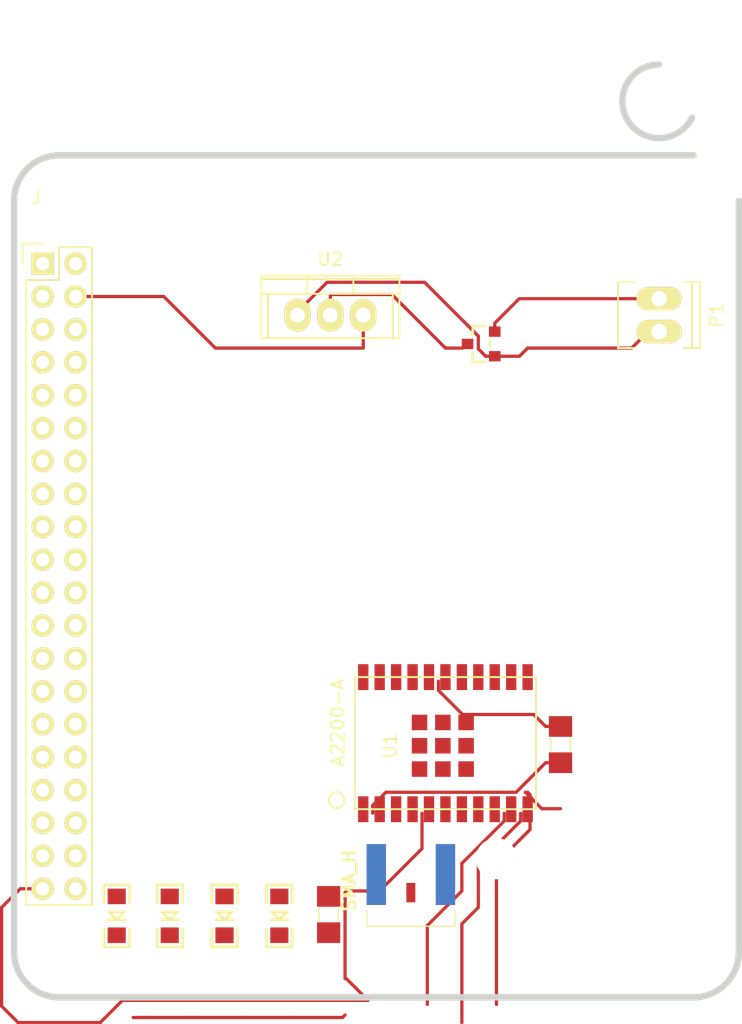
<source format=kicad_pcb>
(kicad_pcb (version 4) (host pcbnew 4.0.1-2.fc23-product)

  (general
    (links 34)
    (no_connects 25)
    (area 37.539999 81.389999 94.040001 146.890001)
    (thickness 1.6)
    (drawings 9)
    (tracks 75)
    (zones 0)
    (modules 18)
    (nets 56)
  )

  (page A4)
  (layers
    (0 F.Cu signal)
    (31 B.Cu signal)
    (32 B.Adhes user hide)
    (33 F.Adhes user hide)
    (34 B.Paste user hide)
    (35 F.Paste user hide)
    (36 B.SilkS user hide)
    (37 F.SilkS user hide)
    (38 B.Mask user)
    (39 F.Mask user)
    (40 Dwgs.User user hide)
    (41 Cmts.User user hide)
    (42 Eco1.User user hide)
    (43 Eco2.User user hide)
    (44 Edge.Cuts user)
    (45 Margin user hide)
    (46 B.CrtYd user hide)
    (47 F.CrtYd user hide)
    (48 B.Fab user hide)
    (49 F.Fab user hide)
  )

  (setup
    (last_trace_width 0.25)
    (trace_clearance 0.2)
    (zone_clearance 0.508)
    (zone_45_only no)
    (trace_min 0.2)
    (segment_width 0.2)
    (edge_width 0.5)
    (via_size 0.6)
    (via_drill 0.4)
    (via_min_size 0.4)
    (via_min_drill 0.3)
    (uvia_size 0.3)
    (uvia_drill 0.1)
    (uvias_allowed no)
    (uvia_min_size 0.2)
    (uvia_min_drill 0.1)
    (pcb_text_width 0.3)
    (pcb_text_size 1.5 1.5)
    (mod_edge_width 0.15)
    (mod_text_size 1 1)
    (mod_text_width 0.15)
    (pad_size 1.5 1.5)
    (pad_drill 0.6)
    (pad_to_mask_clearance 0)
    (aux_axis_origin 0 0)
    (visible_elements FFFFFF7F)
    (pcbplotparams
      (layerselection 0x00030_80000001)
      (usegerberextensions false)
      (excludeedgelayer true)
      (linewidth 0.100000)
      (plotframeref false)
      (viasonmask false)
      (mode 1)
      (useauxorigin false)
      (hpglpennumber 1)
      (hpglpenspeed 20)
      (hpglpendiameter 15)
      (hpglpenoverlay 2)
      (psnegative false)
      (psa4output false)
      (plotreference true)
      (plotvalue true)
      (plotinvisibletext false)
      (padsonsilk false)
      (subtractmaskfromsilk false)
      (outputformat 1)
      (mirror false)
      (drillshape 1)
      (scaleselection 1)
      (outputdirectory ""))
  )

  (net 0 "")
  (net 1 +3V3)
  (net 2 +5V)
  (net 3 "Net-(J1-Pad3)")
  (net 4 "Net-(J1-Pad5)")
  (net 5 "Net-(J1-Pad6)")
  (net 6 PI_LED_1)
  (net 7 GPS_RX)
  (net 8 "Net-(J1-Pad9)")
  (net 9 GPS_TX)
  (net 10 PI_LED_2)
  (net 11 GPS_ON_OFF)
  (net 12 PI_LED_3)
  (net 13 "Net-(J1-Pad14)")
  (net 14 PI_LED_4)
  (net 15 GPS_WAKEUP)
  (net 16 "Net-(J1-Pad17)")
  (net 17 GPS_RESET)
  (net 18 "Net-(J1-Pad19)")
  (net 19 "Net-(J1-Pad20)")
  (net 20 "Net-(J1-Pad21)")
  (net 21 "Net-(J1-Pad22)")
  (net 22 "Net-(J1-Pad23)")
  (net 23 "Net-(J1-Pad24)")
  (net 24 "Net-(J1-Pad25)")
  (net 25 "Net-(J1-Pad26)")
  (net 26 "Net-(J1-Pad27)")
  (net 27 "Net-(J1-Pad28)")
  (net 28 "Net-(J1-Pad29)")
  (net 29 "Net-(J1-Pad30)")
  (net 30 "Net-(J1-Pad31)")
  (net 31 "Net-(J1-Pad32)")
  (net 32 "Net-(J1-Pad33)")
  (net 33 "Net-(J1-Pad34)")
  (net 34 "Net-(J1-Pad35)")
  (net 35 "Net-(J1-Pad36)")
  (net 36 "Net-(J1-Pad37)")
  (net 37 "Net-(J1-Pad38)")
  (net 38 GND)
  (net 39 "Net-(J1-Pad40)")
  (net 40 "Net-(J2-Pad2)")
  (net 41 "Net-(J2-Pad1)")
  (net 42 "Net-(LED1-PadK)")
  (net 43 "Net-(P1-Pad1)")
  (net 44 "Net-(P1-Pad2)")
  (net 45 "Net-(R1-Pad1)")
  (net 46 "Net-(R1-Pad2)")
  (net 47 "Net-(U1-Pad1)")
  (net 48 "Net-(U1-Pad9)")
  (net 49 "Net-(U1-Pad12)")
  (net 50 "Net-(U1-Pad13)")
  (net 51 "Net-(U1-Pad14)")
  (net 52 "Net-(U1-Pad15)")
  (net 53 "Net-(U1-Pad16)")
  (net 54 "Net-(U1-Pad18)")
  (net 55 "Net-(U1-Pad21)")

  (net_class Default "This is the default net class."
    (clearance 0.2)
    (trace_width 0.25)
    (via_dia 0.6)
    (via_drill 0.4)
    (uvia_dia 0.3)
    (uvia_drill 0.1)
    (add_net +3V3)
    (add_net +5V)
    (add_net GND)
    (add_net GPS_ON_OFF)
    (add_net GPS_RESET)
    (add_net GPS_RX)
    (add_net GPS_TX)
    (add_net GPS_WAKEUP)
    (add_net "Net-(J1-Pad14)")
    (add_net "Net-(J1-Pad17)")
    (add_net "Net-(J1-Pad19)")
    (add_net "Net-(J1-Pad20)")
    (add_net "Net-(J1-Pad21)")
    (add_net "Net-(J1-Pad22)")
    (add_net "Net-(J1-Pad23)")
    (add_net "Net-(J1-Pad24)")
    (add_net "Net-(J1-Pad25)")
    (add_net "Net-(J1-Pad26)")
    (add_net "Net-(J1-Pad27)")
    (add_net "Net-(J1-Pad28)")
    (add_net "Net-(J1-Pad29)")
    (add_net "Net-(J1-Pad3)")
    (add_net "Net-(J1-Pad30)")
    (add_net "Net-(J1-Pad31)")
    (add_net "Net-(J1-Pad32)")
    (add_net "Net-(J1-Pad33)")
    (add_net "Net-(J1-Pad34)")
    (add_net "Net-(J1-Pad35)")
    (add_net "Net-(J1-Pad36)")
    (add_net "Net-(J1-Pad37)")
    (add_net "Net-(J1-Pad38)")
    (add_net "Net-(J1-Pad40)")
    (add_net "Net-(J1-Pad5)")
    (add_net "Net-(J1-Pad6)")
    (add_net "Net-(J1-Pad9)")
    (add_net "Net-(J2-Pad1)")
    (add_net "Net-(J2-Pad2)")
    (add_net "Net-(LED1-PadK)")
    (add_net "Net-(P1-Pad1)")
    (add_net "Net-(P1-Pad2)")
    (add_net "Net-(R1-Pad1)")
    (add_net "Net-(R1-Pad2)")
    (add_net "Net-(U1-Pad1)")
    (add_net "Net-(U1-Pad12)")
    (add_net "Net-(U1-Pad13)")
    (add_net "Net-(U1-Pad14)")
    (add_net "Net-(U1-Pad15)")
    (add_net "Net-(U1-Pad16)")
    (add_net "Net-(U1-Pad18)")
    (add_net "Net-(U1-Pad21)")
    (add_net "Net-(U1-Pad9)")
    (add_net PI_LED_1)
    (add_net PI_LED_2)
    (add_net PI_LED_3)
    (add_net PI_LED_4)
  )

  (module RPi_Hat:RPi_Hat_Mounting_Hole locked (layer F.Cu) (tedit 551AB250) (tstamp 56D2FF73)
    (at 90.29 85.14)
    (descr "Mounting hole, Befestigungsbohrung, 2,7mm, No Annular, Kein Restring,")
    (tags "Mounting hole, Befestigungsbohrung, 2,7mm, No Annular, Kein Restring,")
    (fp_text reference 1122 (at 0 -4.0005) (layer F.SilkS) hide
      (effects (font (size 1 1) (thickness 0.15)))
    )
    (fp_text value "" (at 0.09906 3.59918) (layer F.Fab) hide
      (effects (font (size 1 1) (thickness 0.15)))
    )
    (fp_circle (center 0 0) (end 1.375 0) (layer F.Fab) (width 0.15))
    (fp_circle (center 0 0) (end 3.1 0) (layer F.Fab) (width 0.15))
    (fp_circle (center 0 0) (end 3.1 0) (layer B.Fab) (width 0.15))
    (fp_circle (center 0 0) (end 1.375 0) (layer B.Fab) (width 0.15))
    (fp_circle (center 0 0) (end 3.1 0) (layer F.CrtYd) (width 0.15))
    (fp_circle (center 0 0) (end 3.1 0) (layer B.CrtYd) (width 0.15))
    (pad "" np_thru_hole circle (at 0 0) (size 2.75 2.75) (drill 2.75) (layers *.Cu *.Mask)
      (solder_mask_margin 1.725) (clearance 1.725))
  )

  (module RPi_Hat:RPi_Hat_Mounting_Hole locked (layer F.Cu) (tedit 551AB250) (tstamp 56D2FF69)
    (at 41.29 85.14)
    (descr "Mounting hole, Befestigungsbohrung, 2,7mm, No Annular, Kein Restring,")
    (tags "Mounting hole, Befestigungsbohrung, 2,7mm, No Annular, Kein Restring,")
    (fp_text reference 1112 (at 0 -4.0005) (layer F.SilkS) hide
      (effects (font (size 1 1) (thickness 0.15)))
    )
    (fp_text value "" (at 0.09906 3.59918) (layer F.Fab) hide
      (effects (font (size 1 1) (thickness 0.15)))
    )
    (fp_circle (center 0 0) (end 1.375 0) (layer F.Fab) (width 0.15))
    (fp_circle (center 0 0) (end 3.1 0) (layer F.Fab) (width 0.15))
    (fp_circle (center 0 0) (end 3.1 0) (layer B.Fab) (width 0.15))
    (fp_circle (center 0 0) (end 1.375 0) (layer B.Fab) (width 0.15))
    (fp_circle (center 0 0) (end 3.1 0) (layer F.CrtYd) (width 0.15))
    (fp_circle (center 0 0) (end 3.1 0) (layer B.CrtYd) (width 0.15))
    (pad "" np_thru_hole circle (at 0 0) (size 2.75 2.75) (drill 2.75) (layers *.Cu *.Mask)
      (solder_mask_margin 1.725) (clearance 1.725))
  )

  (module RPi_Hat:RPi_Hat_Mounting_Hole locked (layer F.Cu) (tedit 551AB250) (tstamp 56D2FF5F)
    (at 90.29 143.14)
    (descr "Mounting hole, Befestigungsbohrung, 2,7mm, No Annular, Kein Restring,")
    (tags "Mounting hole, Befestigungsbohrung, 2,7mm, No Annular, Kein Restring,")
    (fp_text reference 1121 (at 0 -4.0005) (layer F.SilkS) hide
      (effects (font (size 1 1) (thickness 0.15)))
    )
    (fp_text value "" (at 0.09906 3.59918) (layer F.Fab) hide
      (effects (font (size 1 1) (thickness 0.15)))
    )
    (fp_circle (center 0 0) (end 1.375 0) (layer F.Fab) (width 0.15))
    (fp_circle (center 0 0) (end 3.1 0) (layer F.Fab) (width 0.15))
    (fp_circle (center 0 0) (end 3.1 0) (layer B.Fab) (width 0.15))
    (fp_circle (center 0 0) (end 1.375 0) (layer B.Fab) (width 0.15))
    (fp_circle (center 0 0) (end 3.1 0) (layer F.CrtYd) (width 0.15))
    (fp_circle (center 0 0) (end 3.1 0) (layer B.CrtYd) (width 0.15))
    (pad "" np_thru_hole circle (at 0 0) (size 2.75 2.75) (drill 2.75) (layers *.Cu *.Mask)
      (solder_mask_margin 1.725) (clearance 1.725))
  )

  (module FT:LED-1206 (layer F.Cu) (tedit 0) (tstamp 56D2FB8F)
    (at 54.052886 140.348254 270)
    (path /56C01AE2)
    (fp_text reference LED2 (at 0 -1 270) (layer Eco1.User)
      (effects (font (size 0.2 0.2) (thickness 0.03048)))
    )
    (fp_text value LED (at 0 0.95 270) (layer Eco1.User)
      (effects (font (size 0.2 0.2) (thickness 0.03048)))
    )
    (fp_line (start -0.99822 -0.99822) (end -2.39776 -0.99822) (layer F.SilkS) (width 0.2032))
    (fp_line (start -2.39776 -0.99822) (end -2.39776 0.99822) (layer F.SilkS) (width 0.2032))
    (fp_line (start -2.39776 0.99822) (end -0.99822 0.99822) (layer F.SilkS) (width 0.2032))
    (fp_line (start 0.99822 -0.99822) (end 2.39776 -0.99822) (layer F.SilkS) (width 0.2032))
    (fp_line (start 2.39776 -0.99822) (end 2.39776 0.99822) (layer F.SilkS) (width 0.2032))
    (fp_line (start 2.39776 0.99822) (end 0.99822 0.99822) (layer F.SilkS) (width 0.2032))
    (fp_line (start 0.29972 -0.6985) (end 0.29972 0) (layer F.SilkS) (width 0.2032))
    (fp_line (start 0.29972 0) (end 0.29972 0.6985) (layer F.SilkS) (width 0.2032))
    (fp_line (start 0.29972 0) (end -0.29972 -0.59944) (layer F.SilkS) (width 0.2032))
    (fp_line (start -0.29972 -0.59944) (end -0.29972 0.59944) (layer F.SilkS) (width 0.2032))
    (fp_line (start -0.29972 0.59944) (end 0.29972 0) (layer F.SilkS) (width 0.2032))
    (pad A smd rect (at -1.4986 0 270) (size 1.19888 1.39954) (layers F.Cu F.Paste F.Mask)
      (net 10 PI_LED_2))
    (pad K smd rect (at 1.4986 0 270) (size 1.19888 1.39954) (layers F.Cu F.Paste F.Mask)
      (net 42 "Net-(LED1-PadK)"))
  )

  (module Pin_Headers:Pin_Header_Straight_2x20 (layer F.Cu) (tedit 0) (tstamp 56CAC785)
    (at 40 90)
    (descr "Through hole pin header")
    (tags "pin header")
    (path /56C009D2)
    (fp_text reference J1 (at 0 -5.1) (layer F.SilkS)
      (effects (font (size 1 1) (thickness 0.15)))
    )
    (fp_text value RPi_GPIO (at 0 -3.1) (layer F.Fab)
      (effects (font (size 1 1) (thickness 0.15)))
    )
    (fp_line (start -1.75 -1.75) (end -1.75 50.05) (layer F.CrtYd) (width 0.05))
    (fp_line (start 4.3 -1.75) (end 4.3 50.05) (layer F.CrtYd) (width 0.05))
    (fp_line (start -1.75 -1.75) (end 4.3 -1.75) (layer F.CrtYd) (width 0.05))
    (fp_line (start -1.75 50.05) (end 4.3 50.05) (layer F.CrtYd) (width 0.05))
    (fp_line (start 3.81 49.53) (end 3.81 -1.27) (layer F.SilkS) (width 0.15))
    (fp_line (start -1.27 1.27) (end -1.27 49.53) (layer F.SilkS) (width 0.15))
    (fp_line (start 3.81 49.53) (end -1.27 49.53) (layer F.SilkS) (width 0.15))
    (fp_line (start 3.81 -1.27) (end 1.27 -1.27) (layer F.SilkS) (width 0.15))
    (fp_line (start 0 -1.55) (end -1.55 -1.55) (layer F.SilkS) (width 0.15))
    (fp_line (start 1.27 -1.27) (end 1.27 1.27) (layer F.SilkS) (width 0.15))
    (fp_line (start 1.27 1.27) (end -1.27 1.27) (layer F.SilkS) (width 0.15))
    (fp_line (start -1.55 -1.55) (end -1.55 0) (layer F.SilkS) (width 0.15))
    (pad 1 thru_hole rect (at 0 0) (size 1.7272 1.7272) (drill 1.016) (layers *.Cu *.Mask F.SilkS)
      (net 1 +3V3))
    (pad 2 thru_hole oval (at 2.54 0) (size 1.7272 1.7272) (drill 1.016) (layers *.Cu *.Mask F.SilkS)
      (net 2 +5V))
    (pad 3 thru_hole oval (at 0 2.54) (size 1.7272 1.7272) (drill 1.016) (layers *.Cu *.Mask F.SilkS)
      (net 3 "Net-(J1-Pad3)"))
    (pad 4 thru_hole oval (at 2.54 2.54) (size 1.7272 1.7272) (drill 1.016) (layers *.Cu *.Mask F.SilkS)
      (net 2 +5V))
    (pad 5 thru_hole oval (at 0 5.08) (size 1.7272 1.7272) (drill 1.016) (layers *.Cu *.Mask F.SilkS)
      (net 4 "Net-(J1-Pad5)"))
    (pad 6 thru_hole oval (at 2.54 5.08) (size 1.7272 1.7272) (drill 1.016) (layers *.Cu *.Mask F.SilkS)
      (net 5 "Net-(J1-Pad6)"))
    (pad 7 thru_hole oval (at 0 7.62) (size 1.7272 1.7272) (drill 1.016) (layers *.Cu *.Mask F.SilkS)
      (net 6 PI_LED_1))
    (pad 8 thru_hole oval (at 2.54 7.62) (size 1.7272 1.7272) (drill 1.016) (layers *.Cu *.Mask F.SilkS)
      (net 7 GPS_RX))
    (pad 9 thru_hole oval (at 0 10.16) (size 1.7272 1.7272) (drill 1.016) (layers *.Cu *.Mask F.SilkS)
      (net 8 "Net-(J1-Pad9)"))
    (pad 10 thru_hole oval (at 2.54 10.16) (size 1.7272 1.7272) (drill 1.016) (layers *.Cu *.Mask F.SilkS)
      (net 9 GPS_TX))
    (pad 11 thru_hole oval (at 0 12.7) (size 1.7272 1.7272) (drill 1.016) (layers *.Cu *.Mask F.SilkS)
      (net 10 PI_LED_2))
    (pad 12 thru_hole oval (at 2.54 12.7) (size 1.7272 1.7272) (drill 1.016) (layers *.Cu *.Mask F.SilkS)
      (net 11 GPS_ON_OFF))
    (pad 13 thru_hole oval (at 0 15.24) (size 1.7272 1.7272) (drill 1.016) (layers *.Cu *.Mask F.SilkS)
      (net 12 PI_LED_3))
    (pad 14 thru_hole oval (at 2.54 15.24) (size 1.7272 1.7272) (drill 1.016) (layers *.Cu *.Mask F.SilkS)
      (net 13 "Net-(J1-Pad14)"))
    (pad 15 thru_hole oval (at 0 17.78) (size 1.7272 1.7272) (drill 1.016) (layers *.Cu *.Mask F.SilkS)
      (net 14 PI_LED_4))
    (pad 16 thru_hole oval (at 2.54 17.78) (size 1.7272 1.7272) (drill 1.016) (layers *.Cu *.Mask F.SilkS)
      (net 15 GPS_WAKEUP))
    (pad 17 thru_hole oval (at 0 20.32) (size 1.7272 1.7272) (drill 1.016) (layers *.Cu *.Mask F.SilkS)
      (net 16 "Net-(J1-Pad17)"))
    (pad 18 thru_hole oval (at 2.54 20.32) (size 1.7272 1.7272) (drill 1.016) (layers *.Cu *.Mask F.SilkS)
      (net 17 GPS_RESET))
    (pad 19 thru_hole oval (at 0 22.86) (size 1.7272 1.7272) (drill 1.016) (layers *.Cu *.Mask F.SilkS)
      (net 18 "Net-(J1-Pad19)"))
    (pad 20 thru_hole oval (at 2.54 22.86) (size 1.7272 1.7272) (drill 1.016) (layers *.Cu *.Mask F.SilkS)
      (net 19 "Net-(J1-Pad20)"))
    (pad 21 thru_hole oval (at 0 25.4) (size 1.7272 1.7272) (drill 1.016) (layers *.Cu *.Mask F.SilkS)
      (net 20 "Net-(J1-Pad21)"))
    (pad 22 thru_hole oval (at 2.54 25.4) (size 1.7272 1.7272) (drill 1.016) (layers *.Cu *.Mask F.SilkS)
      (net 21 "Net-(J1-Pad22)"))
    (pad 23 thru_hole oval (at 0 27.94) (size 1.7272 1.7272) (drill 1.016) (layers *.Cu *.Mask F.SilkS)
      (net 22 "Net-(J1-Pad23)"))
    (pad 24 thru_hole oval (at 2.54 27.94) (size 1.7272 1.7272) (drill 1.016) (layers *.Cu *.Mask F.SilkS)
      (net 23 "Net-(J1-Pad24)"))
    (pad 25 thru_hole oval (at 0 30.48) (size 1.7272 1.7272) (drill 1.016) (layers *.Cu *.Mask F.SilkS)
      (net 24 "Net-(J1-Pad25)"))
    (pad 26 thru_hole oval (at 2.54 30.48) (size 1.7272 1.7272) (drill 1.016) (layers *.Cu *.Mask F.SilkS)
      (net 25 "Net-(J1-Pad26)"))
    (pad 27 thru_hole oval (at 0 33.02) (size 1.7272 1.7272) (drill 1.016) (layers *.Cu *.Mask F.SilkS)
      (net 26 "Net-(J1-Pad27)"))
    (pad 28 thru_hole oval (at 2.54 33.02) (size 1.7272 1.7272) (drill 1.016) (layers *.Cu *.Mask F.SilkS)
      (net 27 "Net-(J1-Pad28)"))
    (pad 29 thru_hole oval (at 0 35.56) (size 1.7272 1.7272) (drill 1.016) (layers *.Cu *.Mask F.SilkS)
      (net 28 "Net-(J1-Pad29)"))
    (pad 30 thru_hole oval (at 2.54 35.56) (size 1.7272 1.7272) (drill 1.016) (layers *.Cu *.Mask F.SilkS)
      (net 29 "Net-(J1-Pad30)"))
    (pad 31 thru_hole oval (at 0 38.1) (size 1.7272 1.7272) (drill 1.016) (layers *.Cu *.Mask F.SilkS)
      (net 30 "Net-(J1-Pad31)"))
    (pad 32 thru_hole oval (at 2.54 38.1) (size 1.7272 1.7272) (drill 1.016) (layers *.Cu *.Mask F.SilkS)
      (net 31 "Net-(J1-Pad32)"))
    (pad 33 thru_hole oval (at 0 40.64) (size 1.7272 1.7272) (drill 1.016) (layers *.Cu *.Mask F.SilkS)
      (net 32 "Net-(J1-Pad33)"))
    (pad 34 thru_hole oval (at 2.54 40.64) (size 1.7272 1.7272) (drill 1.016) (layers *.Cu *.Mask F.SilkS)
      (net 33 "Net-(J1-Pad34)"))
    (pad 35 thru_hole oval (at 0 43.18) (size 1.7272 1.7272) (drill 1.016) (layers *.Cu *.Mask F.SilkS)
      (net 34 "Net-(J1-Pad35)"))
    (pad 36 thru_hole oval (at 2.54 43.18) (size 1.7272 1.7272) (drill 1.016) (layers *.Cu *.Mask F.SilkS)
      (net 35 "Net-(J1-Pad36)"))
    (pad 37 thru_hole oval (at 0 45.72) (size 1.7272 1.7272) (drill 1.016) (layers *.Cu *.Mask F.SilkS)
      (net 36 "Net-(J1-Pad37)"))
    (pad 38 thru_hole oval (at 2.54 45.72) (size 1.7272 1.7272) (drill 1.016) (layers *.Cu *.Mask F.SilkS)
      (net 37 "Net-(J1-Pad38)"))
    (pad 39 thru_hole oval (at 0 48.26) (size 1.7272 1.7272) (drill 1.016) (layers *.Cu *.Mask F.SilkS)
      (net 38 GND))
    (pad 40 thru_hole oval (at 2.54 48.26) (size 1.7272 1.7272) (drill 1.016) (layers *.Cu *.Mask F.SilkS)
      (net 39 "Net-(J1-Pad40)"))
    (model Pin_Headers.3dshapes/Pin_Header_Straight_2x20.wrl
      (at (xyz 0.05 -0.95 0))
      (scale (xyz 1 1 1))
      (rotate (xyz 0 0 90))
    )
  )

  (module SMA_H (layer F.Cu) (tedit 52864A94) (tstamp 56CAC78E)
    (at 68.44792 137.16 270)
    (path /56C0146F)
    (attr smd)
    (fp_text reference J2 (at -0.05 -4.65 270) (layer F.SilkS) hide
      (effects (font (size 1 1) (thickness 0.2)))
    )
    (fp_text value SMA_H (at 0.47 4.76 270) (layer F.SilkS)
      (effects (font (size 1 1) (thickness 0.2)))
    )
    (fp_line (start 4.0005 -3.40106) (end 4.0005 3.40106) (layer F.SilkS) (width 0.09906))
    (fp_line (start 4.0005 3.40106) (end 2.79908 3.40106) (layer F.SilkS) (width 0.09906))
    (fp_line (start 2.79908 -3.40106) (end 3.99796 -3.40106) (layer F.SilkS) (width 0.09906))
    (pad 3 smd rect (at 0 -2.67208 270) (size 4.69646 1.49606) (layers F.Cu F.Paste F.Mask)
      (net 40 "Net-(J2-Pad2)") (clearance 0.19558))
    (pad 4 smd rect (at 0 2.67208 270) (size 4.69646 1.49606) (layers B.Cu B.Paste B.Mask)
      (net 40 "Net-(J2-Pad2)") (clearance 0.19558))
    (pad 2 smd rect (at 0 2.67208 270) (size 4.69646 1.49606) (layers F.Cu F.Paste F.Mask)
      (net 40 "Net-(J2-Pad2)") (clearance 0.19558))
    (pad 5 smd rect (at 0 -2.67208 270) (size 4.69646 1.49606) (layers B.Cu B.Paste B.Mask)
      (net 40 "Net-(J2-Pad2)") (clearance 0.19558))
    (pad 1 smd rect (at 1.397 0 270) (size 1.49606 0.6985) (layers F.Cu F.Paste F.Mask)
      (net 41 "Net-(J2-Pad1)") (clearance 0.19558))
    (model ../../../../../home/whogg/Documents/OpenSCAD/SMA_CONNECTOR/SMA_CONNECTOR.wrl
      (at (xyz 0 0 0))
      (scale (xyz 0.3937 0.3937 0.3937))
      (rotate (xyz 270 0 0))
    )
  )

  (module FT:LED-1206 (layer F.Cu) (tedit 0) (tstamp 56CAC794)
    (at 58.286219 140.348254 270)
    (path /56C01A08)
    (fp_text reference LED1 (at 0 -1 270) (layer Eco1.User)
      (effects (font (size 0.2 0.2) (thickness 0.03048)))
    )
    (fp_text value LED (at 0 0.95 270) (layer Eco1.User)
      (effects (font (size 0.2 0.2) (thickness 0.03048)))
    )
    (fp_line (start -0.99822 -0.99822) (end -2.39776 -0.99822) (layer F.SilkS) (width 0.2032))
    (fp_line (start -2.39776 -0.99822) (end -2.39776 0.99822) (layer F.SilkS) (width 0.2032))
    (fp_line (start -2.39776 0.99822) (end -0.99822 0.99822) (layer F.SilkS) (width 0.2032))
    (fp_line (start 0.99822 -0.99822) (end 2.39776 -0.99822) (layer F.SilkS) (width 0.2032))
    (fp_line (start 2.39776 -0.99822) (end 2.39776 0.99822) (layer F.SilkS) (width 0.2032))
    (fp_line (start 2.39776 0.99822) (end 0.99822 0.99822) (layer F.SilkS) (width 0.2032))
    (fp_line (start 0.29972 -0.6985) (end 0.29972 0) (layer F.SilkS) (width 0.2032))
    (fp_line (start 0.29972 0) (end 0.29972 0.6985) (layer F.SilkS) (width 0.2032))
    (fp_line (start 0.29972 0) (end -0.29972 -0.59944) (layer F.SilkS) (width 0.2032))
    (fp_line (start -0.29972 -0.59944) (end -0.29972 0.59944) (layer F.SilkS) (width 0.2032))
    (fp_line (start -0.29972 0.59944) (end 0.29972 0) (layer F.SilkS) (width 0.2032))
    (pad A smd rect (at -1.4986 0 270) (size 1.19888 1.39954) (layers F.Cu F.Paste F.Mask)
      (net 6 PI_LED_1))
    (pad K smd rect (at 1.4986 0 270) (size 1.19888 1.39954) (layers F.Cu F.Paste F.Mask)
      (net 42 "Net-(LED1-PadK)"))
  )

  (module FT:LED-1206 (layer F.Cu) (tedit 0) (tstamp 56CAC79A)
    (at 54.052886 140.348254 270)
    (path /56C01AE2)
    (fp_text reference LED2 (at 0 -1 270) (layer Eco1.User)
      (effects (font (size 0.2 0.2) (thickness 0.03048)))
    )
    (fp_text value LED (at 0 0.95 270) (layer Eco1.User)
      (effects (font (size 0.2 0.2) (thickness 0.03048)))
    )
    (fp_line (start -0.99822 -0.99822) (end -2.39776 -0.99822) (layer F.SilkS) (width 0.2032))
    (fp_line (start -2.39776 -0.99822) (end -2.39776 0.99822) (layer F.SilkS) (width 0.2032))
    (fp_line (start -2.39776 0.99822) (end -0.99822 0.99822) (layer F.SilkS) (width 0.2032))
    (fp_line (start 0.99822 -0.99822) (end 2.39776 -0.99822) (layer F.SilkS) (width 0.2032))
    (fp_line (start 2.39776 -0.99822) (end 2.39776 0.99822) (layer F.SilkS) (width 0.2032))
    (fp_line (start 2.39776 0.99822) (end 0.99822 0.99822) (layer F.SilkS) (width 0.2032))
    (fp_line (start 0.29972 -0.6985) (end 0.29972 0) (layer F.SilkS) (width 0.2032))
    (fp_line (start 0.29972 0) (end 0.29972 0.6985) (layer F.SilkS) (width 0.2032))
    (fp_line (start 0.29972 0) (end -0.29972 -0.59944) (layer F.SilkS) (width 0.2032))
    (fp_line (start -0.29972 -0.59944) (end -0.29972 0.59944) (layer F.SilkS) (width 0.2032))
    (fp_line (start -0.29972 0.59944) (end 0.29972 0) (layer F.SilkS) (width 0.2032))
    (pad A smd rect (at -1.4986 0 270) (size 1.19888 1.39954) (layers F.Cu F.Paste F.Mask)
      (net 10 PI_LED_2))
    (pad K smd rect (at 1.4986 0 270) (size 1.19888 1.39954) (layers F.Cu F.Paste F.Mask)
      (net 42 "Net-(LED1-PadK)"))
  )

  (module FT:LED-1206 (layer F.Cu) (tedit 0) (tstamp 56CAC7A0)
    (at 49.819553 140.348254 270)
    (path /56C01B0C)
    (fp_text reference LED3 (at 0 -1 270) (layer Eco1.User)
      (effects (font (size 0.2 0.2) (thickness 0.03048)))
    )
    (fp_text value LED (at 0 0.95 270) (layer Eco1.User)
      (effects (font (size 0.2 0.2) (thickness 0.03048)))
    )
    (fp_line (start -0.99822 -0.99822) (end -2.39776 -0.99822) (layer F.SilkS) (width 0.2032))
    (fp_line (start -2.39776 -0.99822) (end -2.39776 0.99822) (layer F.SilkS) (width 0.2032))
    (fp_line (start -2.39776 0.99822) (end -0.99822 0.99822) (layer F.SilkS) (width 0.2032))
    (fp_line (start 0.99822 -0.99822) (end 2.39776 -0.99822) (layer F.SilkS) (width 0.2032))
    (fp_line (start 2.39776 -0.99822) (end 2.39776 0.99822) (layer F.SilkS) (width 0.2032))
    (fp_line (start 2.39776 0.99822) (end 0.99822 0.99822) (layer F.SilkS) (width 0.2032))
    (fp_line (start 0.29972 -0.6985) (end 0.29972 0) (layer F.SilkS) (width 0.2032))
    (fp_line (start 0.29972 0) (end 0.29972 0.6985) (layer F.SilkS) (width 0.2032))
    (fp_line (start 0.29972 0) (end -0.29972 -0.59944) (layer F.SilkS) (width 0.2032))
    (fp_line (start -0.29972 -0.59944) (end -0.29972 0.59944) (layer F.SilkS) (width 0.2032))
    (fp_line (start -0.29972 0.59944) (end 0.29972 0) (layer F.SilkS) (width 0.2032))
    (pad A smd rect (at -1.4986 0 270) (size 1.19888 1.39954) (layers F.Cu F.Paste F.Mask)
      (net 12 PI_LED_3))
    (pad K smd rect (at 1.4986 0 270) (size 1.19888 1.39954) (layers F.Cu F.Paste F.Mask)
      (net 42 "Net-(LED1-PadK)"))
  )

  (module FT:LED-1206 (layer F.Cu) (tedit 0) (tstamp 56CAC7A6)
    (at 45.72 140.348254 270)
    (path /56C01B3D)
    (fp_text reference LED4 (at 0 -1 270) (layer Eco1.User)
      (effects (font (size 0.2 0.2) (thickness 0.03048)))
    )
    (fp_text value LED (at 0 0.95 270) (layer Eco1.User)
      (effects (font (size 0.2 0.2) (thickness 0.03048)))
    )
    (fp_line (start -0.99822 -0.99822) (end -2.39776 -0.99822) (layer F.SilkS) (width 0.2032))
    (fp_line (start -2.39776 -0.99822) (end -2.39776 0.99822) (layer F.SilkS) (width 0.2032))
    (fp_line (start -2.39776 0.99822) (end -0.99822 0.99822) (layer F.SilkS) (width 0.2032))
    (fp_line (start 0.99822 -0.99822) (end 2.39776 -0.99822) (layer F.SilkS) (width 0.2032))
    (fp_line (start 2.39776 -0.99822) (end 2.39776 0.99822) (layer F.SilkS) (width 0.2032))
    (fp_line (start 2.39776 0.99822) (end 0.99822 0.99822) (layer F.SilkS) (width 0.2032))
    (fp_line (start 0.29972 -0.6985) (end 0.29972 0) (layer F.SilkS) (width 0.2032))
    (fp_line (start 0.29972 0) (end 0.29972 0.6985) (layer F.SilkS) (width 0.2032))
    (fp_line (start 0.29972 0) (end -0.29972 -0.59944) (layer F.SilkS) (width 0.2032))
    (fp_line (start -0.29972 -0.59944) (end -0.29972 0.59944) (layer F.SilkS) (width 0.2032))
    (fp_line (start -0.29972 0.59944) (end 0.29972 0) (layer F.SilkS) (width 0.2032))
    (pad A smd rect (at -1.4986 0 270) (size 1.19888 1.39954) (layers F.Cu F.Paste F.Mask)
      (net 14 PI_LED_4))
    (pad K smd rect (at 1.4986 0 270) (size 1.19888 1.39954) (layers F.Cu F.Paste F.Mask)
      (net 42 "Net-(LED1-PadK)"))
  )

  (module Sockets_MOLEX_KK-System:Socket_MOLEX-KK-RM2-54mm_Lock_2pin_straight (layer F.Cu) (tedit 0) (tstamp 56CAC7B6)
    (at 87.63 93.98 270)
    (descr "Socket, MOLEX, KK, RM 2.54mm, Lock, 2pin, straight,")
    (tags "Socket, MOLEX, KK, RM 2.54mm, Lock, 2pin, straight,")
    (path /56C07B0C)
    (fp_text reference P1 (at 0 -4.445 270) (layer F.SilkS)
      (effects (font (size 1 1) (thickness 0.15)))
    )
    (fp_text value BATT (at -0.635 5.08 270) (layer F.Fab)
      (effects (font (size 1 1) (thickness 0.15)))
    )
    (fp_line (start -2.54 -2.54) (end 2.54 -2.54) (layer F.SilkS) (width 0.15))
    (fp_line (start 2.54 3.175) (end 2.54 1.905) (layer F.SilkS) (width 0.15))
    (fp_line (start 2.54 -2.54) (end 2.54 -1.905) (layer F.SilkS) (width 0.15))
    (fp_line (start -2.54 2.54) (end -2.54 1.905) (layer F.SilkS) (width 0.15))
    (fp_line (start -2.54 -2.54) (end -2.54 -1.905) (layer F.SilkS) (width 0.15))
    (fp_line (start -2.54 -2.54) (end -2.54 -3.175) (layer F.SilkS) (width 0.15))
    (fp_line (start -2.54 -3.175) (end 2.54 -3.175) (layer F.SilkS) (width 0.15))
    (fp_line (start 2.54 -3.175) (end 2.54 -2.54) (layer F.SilkS) (width 0.15))
    (fp_line (start 2.54 3.175) (end -2.54 3.175) (layer F.SilkS) (width 0.15))
    (fp_line (start -2.54 3.175) (end -2.54 2.54) (layer F.SilkS) (width 0.15))
    (pad 1 thru_hole oval (at -1.27 0 270) (size 1.80086 3.50012) (drill 1.19888) (layers *.Cu *.Mask F.SilkS)
      (net 43 "Net-(P1-Pad1)"))
    (pad 2 thru_hole oval (at 1.27 0 270) (size 1.80086 3.50012) (drill 1.19888) (layers *.Cu *.Mask F.SilkS)
      (net 44 "Net-(P1-Pad2)"))
  )

  (module FT:1206 (layer F.Cu) (tedit 5477993F) (tstamp 56CAC7C3)
    (at 80.01 127.12954 90)
    (path /56C04659)
    (fp_text reference R1 (at 0 0 90) (layer Eco1.User)
      (effects (font (size 0.6 0.6) (thickness 0.1)))
    )
    (fp_text value 10k (at 0 1.4 90) (layer Eco1.User) hide
      (effects (font (size 0.6 0.6) (thickness 0.1)))
    )
    (fp_line (start -2.47142 -0.98298) (end 2.47142 -0.98298) (layer Dwgs.User) (width 0.0508))
    (fp_line (start 2.47142 0.98298) (end -2.47142 0.98298) (layer Dwgs.User) (width 0.0508))
    (fp_line (start -2.47142 0.98298) (end -2.47142 -0.98298) (layer Dwgs.User) (width 0.0508))
    (fp_line (start 2.47142 -0.98298) (end 2.47142 0.98298) (layer Dwgs.User) (width 0.0508))
    (fp_line (start -0.5 -0.75) (end 0.5 -0.75) (layer F.SilkS) (width 0.1))
    (fp_line (start -0.5 0.75) (end 0.5 0.75) (layer F.SilkS) (width 0.1))
    (pad 1 smd rect (at -1.39954 0 90) (size 1.59766 1.79832) (layers F.Cu F.Paste F.Mask)
      (net 45 "Net-(R1-Pad1)"))
    (pad 2 smd rect (at 1.39954 0 90) (size 1.59766 1.79832) (layers F.Cu F.Paste F.Mask)
      (net 46 "Net-(R1-Pad2)"))
  )

  (module FT:1206 (layer F.Cu) (tedit 5477993F) (tstamp 56CAC7C9)
    (at 62.096219 140.249194 90)
    (path /56C02F7F)
    (fp_text reference R2 (at 0 0 90) (layer Eco1.User)
      (effects (font (size 0.6 0.6) (thickness 0.1)))
    )
    (fp_text value 10k (at 0 1.4 90) (layer Eco1.User) hide
      (effects (font (size 0.6 0.6) (thickness 0.1)))
    )
    (fp_line (start -2.47142 -0.98298) (end 2.47142 -0.98298) (layer Dwgs.User) (width 0.0508))
    (fp_line (start 2.47142 0.98298) (end -2.47142 0.98298) (layer Dwgs.User) (width 0.0508))
    (fp_line (start -2.47142 0.98298) (end -2.47142 -0.98298) (layer Dwgs.User) (width 0.0508))
    (fp_line (start 2.47142 -0.98298) (end 2.47142 0.98298) (layer Dwgs.User) (width 0.0508))
    (fp_line (start -0.5 -0.75) (end 0.5 -0.75) (layer F.SilkS) (width 0.1))
    (fp_line (start -0.5 0.75) (end 0.5 0.75) (layer F.SilkS) (width 0.1))
    (pad 1 smd rect (at -1.39954 0 90) (size 1.59766 1.79832) (layers F.Cu F.Paste F.Mask)
      (net 42 "Net-(LED1-PadK)"))
    (pad 2 smd rect (at 1.39954 0 90) (size 1.59766 1.79832) (layers F.Cu F.Paste F.Mask)
      (net 38 GND))
  )

  (module A2200-A:A2200-A (layer F.Cu) (tedit 0) (tstamp 56CAC7EC)
    (at 70.92 127.22 90)
    (tags "GPS Receiver A2200-A")
    (path /56C0089D)
    (fp_text reference U1 (at 0 -4.064 90) (layer F.SilkS)
      (effects (font (size 1 1) (thickness 0.15)))
    )
    (fp_text value A2200-A (at 1.778 -8.128 90) (layer F.SilkS)
      (effects (font (size 1 1) (thickness 0.15)))
    )
    (fp_circle (center -4.2 -8.2) (end -4.8 -8.2) (layer F.SilkS) (width 0.15))
    (fp_line (start 5.3 -6.8) (end 5.3 7.2) (layer F.SilkS) (width 0.15))
    (fp_line (start -4.9 -6.8) (end 5.3 -6.8) (layer F.SilkS) (width 0.15))
    (fp_line (start -4.9 -6.8) (end -4.9 7.2) (layer F.SilkS) (width 0.15))
    (fp_line (start -4.9 7.2) (end 5.3 7.2) (layer F.SilkS) (width 0.15))
    (pad 1 smd rect (at -4.9 -6.15 90) (size 2 0.8) (layers F.Cu F.Paste F.Mask)
      (net 47 "Net-(U1-Pad1)"))
    (pad 2 smd rect (at -4.9 -4.88 90) (size 2 0.8) (layers F.Cu F.Paste F.Mask)
      (net 45 "Net-(R1-Pad1)"))
    (pad 3 smd rect (at -4.9 -3.61 90) (size 2 0.8) (layers F.Cu F.Paste F.Mask)
      (net 9 GPS_TX))
    (pad 4 smd rect (at -4.9 -2.34 90) (size 2 0.8) (layers F.Cu F.Paste F.Mask)
      (net 7 GPS_RX))
    (pad 5 smd rect (at -4.9 -1.07 90) (size 2 0.8) (layers F.Cu F.Paste F.Mask)
      (net 38 GND))
    (pad 6 smd rect (at -4.9 0.2 90) (size 2 0.8) (layers F.Cu F.Paste F.Mask)
      (net 11 GPS_ON_OFF))
    (pad 7 smd rect (at -4.9 1.47 90) (size 2 0.8) (layers F.Cu F.Paste F.Mask)
      (net 38 GND))
    (pad 8 smd rect (at -4.9 2.74 90) (size 2 0.8) (layers F.Cu F.Paste F.Mask)
      (net 38 GND))
    (pad 9 smd rect (at -4.9 4.01 90) (size 2 0.8) (layers F.Cu F.Paste F.Mask)
      (net 48 "Net-(U1-Pad9)"))
    (pad 10 smd rect (at -4.9 5.28 90) (size 2 0.8) (layers F.Cu F.Paste F.Mask)
      (net 40 "Net-(J2-Pad2)"))
    (pad 11 smd rect (at -4.9 6.55 90) (size 2 0.8) (layers F.Cu F.Paste F.Mask)
      (net 41 "Net-(J2-Pad1)"))
    (pad 12 smd rect (at 5.3 6.55 90) (size 2 0.8) (layers F.Cu F.Paste F.Mask)
      (net 49 "Net-(U1-Pad12)"))
    (pad 13 smd rect (at 5.3 5.28 90) (size 2 0.8) (layers F.Cu F.Paste F.Mask)
      (net 50 "Net-(U1-Pad13)"))
    (pad 14 smd rect (at 5.3 4.01 90) (size 2 0.8) (layers F.Cu F.Paste F.Mask)
      (net 51 "Net-(U1-Pad14)"))
    (pad 15 smd rect (at 5.3 2.74 90) (size 2 0.8) (layers F.Cu F.Paste F.Mask)
      (net 52 "Net-(U1-Pad15)"))
    (pad 16 smd rect (at 5.3 1.47 90) (size 2 0.8) (layers F.Cu F.Paste F.Mask)
      (net 53 "Net-(U1-Pad16)"))
    (pad 17 smd rect (at 5.3 0.2 90) (size 2 0.8) (layers F.Cu F.Paste F.Mask)
      (net 46 "Net-(R1-Pad2)"))
    (pad 18 smd rect (at 5.3 -1.07 90) (size 2 0.8) (layers F.Cu F.Paste F.Mask)
      (net 54 "Net-(U1-Pad18)"))
    (pad 19 smd rect (at 5.3 -2.34 90) (size 2 0.8) (layers F.Cu F.Paste F.Mask)
      (net 15 GPS_WAKEUP))
    (pad 20 smd rect (at 5.3 -3.61 90) (size 2 0.8) (layers F.Cu F.Paste F.Mask)
      (net 1 +3V3))
    (pad 21 smd rect (at 5.3 -4.88 90) (size 2 0.8) (layers F.Cu F.Paste F.Mask)
      (net 55 "Net-(U1-Pad21)"))
    (pad 22 smd rect (at 5.3 -6.15 90) (size 2 0.8) (layers F.Cu F.Paste F.Mask)
      (net 17 GPS_RESET))
    (pad 23 smd rect (at -1.8 -1.8 90) (size 1.2 1.2) (layers F.Cu F.Paste F.Mask))
    (pad 24 smd rect (at -1.8 0 90) (size 1.2 1.2) (layers F.Cu F.Paste F.Mask))
    (pad 25 smd rect (at -1.8 1.8 90) (size 1.2 1.2) (layers F.Cu F.Paste F.Mask))
    (pad 26 smd rect (at 0 -1.8 90) (size 1.2 1.2) (layers F.Cu F.Paste F.Mask))
    (pad 27 smd rect (at 0 0 90) (size 1.2 1.2) (layers F.Cu F.Paste F.Mask))
    (pad 29 smd rect (at 0 1.8 90) (size 1.2 1.2) (layers F.Cu F.Paste F.Mask))
    (pad 30 smd rect (at 1.8 -1.8 90) (size 1.2 1.2) (layers F.Cu F.Paste F.Mask))
    (pad 31 smd rect (at 1.8 0 90) (size 1.2 1.2) (layers F.Cu F.Paste F.Mask))
    (pad 32 smd rect (at 1.8 1.8 90) (size 1.2 1.2) (layers F.Cu F.Paste F.Mask))
  )

  (module FT:SOT23_FET (layer F.Cu) (tedit 5477A114) (tstamp 56CCBD50)
    (at 73.92924 96.19996 90)
    (path /56C071B7)
    (attr smd)
    (fp_text reference Q1 (at 0 -0.05 90) (layer Eco1.User)
      (effects (font (size 0.5 0.5) (thickness 0.1)))
    )
    (fp_text value IRLML6344TRPBF (at 0 2.1 90) (layer Eco1.User) hide
      (effects (font (size 0.5 0.5) (thickness 0.1)))
    )
    (fp_line (start -0.20066 0.65024) (end 0.20066 0.65024) (layer F.SilkS) (width 0.20066))
    (fp_line (start 1.39954 -0.70104) (end 1.39954 0.24892) (layer F.SilkS) (width 0.20066))
    (fp_line (start 1.39954 -0.70104) (end 0.70104 -0.70104) (layer F.SilkS) (width 0.20066))
    (fp_line (start -1.39954 -0.70104) (end -0.70104 -0.70104) (layer F.SilkS) (width 0.20066))
    (fp_line (start -1.39954 -0.70104) (end -1.39954 0.24892) (layer F.SilkS) (width 0.20066))
    (pad D smd rect (at 0 -1.09982 90) (size 0.8001 0.89916) (layers F.Cu F.Paste F.Mask)
      (net 38 GND))
    (pad G smd rect (at -0.94996 1.00076 90) (size 0.8001 0.89916) (layers F.Cu F.Paste F.Mask)
      (net 44 "Net-(P1-Pad2)"))
    (pad S smd rect (at 0.94996 1.00076 90) (size 0.8001 0.89916) (layers F.Cu F.Paste F.Mask)
      (net 43 "Net-(P1-Pad1)"))
  )

  (module Power_Integrations:TO-220 (layer F.Cu) (tedit 0) (tstamp 56CAC7FD)
    (at 62.23 93.98)
    (descr "Non Isolated JEDEC TO-220 Package")
    (tags "Power Integration YN Package")
    (path /56C0786C)
    (fp_text reference U2 (at 0 -4.318) (layer F.SilkS)
      (effects (font (size 1 1) (thickness 0.15)))
    )
    (fp_text value SPX2920U-5.0 (at 0 -4.318) (layer F.Fab)
      (effects (font (size 1 1) (thickness 0.15)))
    )
    (fp_line (start 4.826 -1.651) (end 4.826 1.778) (layer F.SilkS) (width 0.15))
    (fp_line (start -4.826 -1.651) (end -4.826 1.778) (layer F.SilkS) (width 0.15))
    (fp_line (start 5.334 -2.794) (end -5.334 -2.794) (layer F.SilkS) (width 0.15))
    (fp_line (start 1.778 -1.778) (end 1.778 -3.048) (layer F.SilkS) (width 0.15))
    (fp_line (start -1.778 -1.778) (end -1.778 -3.048) (layer F.SilkS) (width 0.15))
    (fp_line (start -5.334 -1.651) (end 5.334 -1.651) (layer F.SilkS) (width 0.15))
    (fp_line (start 5.334 1.778) (end -5.334 1.778) (layer F.SilkS) (width 0.15))
    (fp_line (start -5.334 -3.048) (end -5.334 1.778) (layer F.SilkS) (width 0.15))
    (fp_line (start 5.334 -3.048) (end 5.334 1.778) (layer F.SilkS) (width 0.15))
    (fp_line (start 5.334 -3.048) (end -5.334 -3.048) (layer F.SilkS) (width 0.15))
    (pad 2 thru_hole oval (at 0 0) (size 2.032 2.54) (drill 1.143) (layers *.Cu *.Mask F.SilkS)
      (net 38 GND))
    (pad 3 thru_hole oval (at 2.54 0) (size 2.032 2.54) (drill 1.143) (layers *.Cu *.Mask F.SilkS)
      (net 2 +5V))
    (pad 1 thru_hole oval (at -2.54 0) (size 2.032 2.54) (drill 1.143) (layers *.Cu *.Mask F.SilkS)
      (net 44 "Net-(P1-Pad2)"))
  )

  (module RPi_Hat:RPi_Hat_Mounting_Hole locked (layer F.Cu) (tedit 551AB250) (tstamp 56D2FD86)
    (at 41.29 143.14)
    (descr "Mounting hole, Befestigungsbohrung, 2,7mm, No Annular, Kein Restring,")
    (tags "Mounting hole, Befestigungsbohrung, 2,7mm, No Annular, Kein Restring,")
    (fp_text reference 1111 (at 0 -4.0005) (layer F.SilkS) hide
      (effects (font (size 1 1) (thickness 0.15)))
    )
    (fp_text value "" (at 0.09906 3.59918) (layer F.Fab) hide
      (effects (font (size 1 1) (thickness 0.15)))
    )
    (fp_circle (center 0 0) (end 1.375 0) (layer F.Fab) (width 0.15))
    (fp_circle (center 0 0) (end 3.1 0) (layer F.Fab) (width 0.15))
    (fp_circle (center 0 0) (end 3.1 0) (layer B.Fab) (width 0.15))
    (fp_circle (center 0 0) (end 1.375 0) (layer B.Fab) (width 0.15))
    (fp_circle (center 0 0) (end 3.1 0) (layer F.CrtYd) (width 0.15))
    (fp_circle (center 0 0) (end 3.1 0) (layer B.CrtYd) (width 0.15))
    (pad "" np_thru_hole circle (at 0 0) (size 2.75 2.75) (drill 2.75) (layers *.Cu *.Mask)
      (solder_mask_margin 1.725) (clearance 1.725))
  )

  (module Sailbot_Custom:ARDUINO_SHIELD_3_HOLE (layer F.Cu) (tedit 56C1F2F8) (tstamp 56C5C39A)
    (at 39.49 69.9 270)
    (descr http://www.thingiverse.com/thing:9630)
    (fp_text reference ARDUINO_SHIELD (at 5.715 -57.15 270) (layer F.SilkS)
      (effects (font (thickness 0.3048)))
    )
    (fp_text value val** (at 10.16 -54.61 270) (layer F.SilkS) hide
      (effects (font (thickness 0.3048)))
    )
    (fp_line (start 66.04 -40.64) (end 66.04 -52.07) (layer Cmts.User) (width 0.381))
    (fp_line (start 66.04 -52.07) (end 64.77 -53.34) (layer Cmts.User) (width 0.381))
    (fp_line (start 64.77 -53.34) (end 0 -53.34) (layer Cmts.User) (width 0.381))
    (fp_line (start 66.04 0) (end 0 0) (layer Cmts.User) (width 0.381))
    (fp_line (start 0 0) (end 0 -53.34) (layer Cmts.User) (width 0.381))
    (fp_line (start 66.04 -40.64) (end 68.58 -38.1) (layer Cmts.User) (width 0.381))
    (fp_line (start 68.58 -38.1) (end 68.58 -5.08) (layer Cmts.User) (width 0.381))
    (fp_line (start 68.58 -5.08) (end 66.04 -2.54) (layer Cmts.User) (width 0.381))
    (fp_line (start 66.04 -2.54) (end 66.04 0) (layer Cmts.User) (width 0.381))
    (pad "" np_thru_hole circle (at 66.04 -7.62) (size 3.175 3.175) (drill 3.175) (layers *.Cu *.Mask F.SilkS))
    (pad "" np_thru_hole circle (at 66.04 -35.56) (size 3.175 3.175) (drill 3.175) (layers *.Cu *.Mask F.SilkS))
    (pad "" np_thru_hole circle (at 15.24 -50.8) (size 3.175 3.175) (drill 3.175) (layers *.Cu *.Mask F.SilkS))
  )

  (gr_arc (start 87.63 77.47) (end 90.17 78.74) (angle 243.4349488) (layer Edge.Cuts) (width 0.5))
  (gr_circle (center 93.79 85.14) (end 104.14 111.76) (layer Cmts.User) (width 0.2))
  (gr_line (start 93.79 143.14) (end 93.79 85.14) (layer Edge.Cuts) (width 0.5))
  (gr_line (start 41.29 81.64) (end 90.29 81.64) (layer Edge.Cuts) (width 0.5))
  (gr_line (start 37.79 143.14) (end 37.79 85.14) (layer Edge.Cuts) (width 0.5))
  (gr_line (start 41.29 146.64) (end 90.29 146.64) (layer Edge.Cuts) (width 0.5))
  (gr_arc (start 90.29 143.14) (end 93.79 143.14) (angle 90) (layer Edge.Cuts) (width 0.5) (tstamp 56C5C460))
  (gr_arc (start 41.29 85.14) (end 37.79 85.14) (angle 90) (layer Edge.Cuts) (width 0.5) (tstamp 56C5C45F))
  (gr_arc (start 41.29 143.14) (end 41.29 146.64) (angle 90) (layer Edge.Cuts) (width 0.5) (tstamp 56C5C45E))

  (segment (start 75.06208 147.193) (end 75.06208 135.75792) (width 0.25) (layer F.Cu) (net 0))
  (segment (start 77.47 130.81) (end 77.295002 130.81) (width 0.25) (layer F.Cu) (net 0))
  (segment (start 75.06208 135.75792) (end 75.587082 135.75792) (width 0.25) (layer F.Cu) (net 0))
  (segment (start 75.587082 135.75792) (end 77.655001 133.690001) (width 0.25) (layer F.Cu) (net 0))
  (segment (start 77.655001 130.995001) (end 77.47 130.81) (width 0.25) (layer F.Cu) (net 0))
  (segment (start 77.655001 133.690001) (end 77.655001 130.995001) (width 0.25) (layer F.Cu) (net 0))
  (segment (start 77.295002 130.81) (end 78.565002 132.08) (width 0.25) (layer F.Cu) (net 0))
  (segment (start 78.565002 132.08) (end 80.01 132.08) (width 0.25) (layer F.Cu) (net 0))
  (segment (start 59.556219 148.196854) (end 63.168099 148.196854) (width 0.25) (layer F.Cu) (net 0))
  (segment (start 63.168099 148.196854) (end 63.366219 147.998734) (width 0.25) (layer F.Cu) (net 0))
  (segment (start 55.322886 148.196854) (end 59.556219 148.196854) (width 0.25) (layer F.Cu) (net 0))
  (segment (start 51.089553 148.196854) (end 52.039323 148.196854) (width 0.25) (layer F.Cu) (net 0))
  (segment (start 52.039323 148.196854) (end 55.322886 148.196854) (width 0.25) (layer F.Cu) (net 0))
  (segment (start 46.99 148.196854) (end 47.93977 148.196854) (width 0.25) (layer F.Cu) (net 0))
  (segment (start 47.93977 148.196854) (end 51.089553 148.196854) (width 0.25) (layer F.Cu) (net 0))
  (segment (start 64.77 93.98) (end 64.77 96.52) (width 0.25) (layer F.Cu) (net 2))
  (segment (start 64.77 96.52) (end 53.34 96.52) (width 0.25) (layer F.Cu) (net 2))
  (segment (start 53.34 96.52) (end 49.36 92.54) (width 0.25) (layer F.Cu) (net 2))
  (segment (start 49.36 92.54) (end 42.54 92.54) (width 0.25) (layer F.Cu) (net 2))
  (segment (start 40 138.26) (end 38.27 138.26) (width 0.25) (layer F.Cu) (net 38))
  (segment (start 38.27 138.26) (end 36.83 139.7) (width 0.25) (layer F.Cu) (net 38))
  (segment (start 36.83 139.7) (end 36.83 147.32) (width 0.25) (layer F.Cu) (net 38))
  (segment (start 36.83 147.32) (end 38.1 148.59) (width 0.25) (layer F.Cu) (net 38))
  (segment (start 38.1 148.59) (end 44.45 148.59) (width 0.25) (layer F.Cu) (net 38))
  (segment (start 44.45 148.59) (end 46.165097 146.874903) (width 0.25) (layer F.Cu) (net 38))
  (segment (start 46.165097 146.874903) (end 65.141798 146.874903) (width 0.25) (layer F.Cu) (net 38))
  (segment (start 65.141798 146.874903) (end 63.466549 145.199654) (width 0.25) (layer F.Cu) (net 38))
  (segment (start 63.466549 145.199654) (end 63.366219 145.199654) (width 0.25) (layer F.Cu) (net 38))
  (segment (start 63.366219 138.563781) (end 63.366219 145.199654) (width 0.25) (layer F.Cu) (net 38))
  (segment (start 69.31 132.43) (end 69.31 135.16) (width 0.25) (layer F.Cu) (net 38))
  (segment (start 72.82942 96.19996) (end 72.77989 96.19996) (width 0.25) (layer F.Cu) (net 38))
  (segment (start 72.77989 96.19996) (end 72.45985 96.52) (width 0.25) (layer F.Cu) (net 38))
  (segment (start 71.12 96.52) (end 66.98499 92.38499) (width 0.25) (layer F.Cu) (net 38))
  (segment (start 72.45985 96.52) (end 71.12 96.52) (width 0.25) (layer F.Cu) (net 38))
  (segment (start 66.98499 92.38499) (end 62.30501 92.38499) (width 0.25) (layer F.Cu) (net 38))
  (segment (start 62.30501 92.38499) (end 62.23 92.46) (width 0.25) (layer F.Cu) (net 38))
  (segment (start 62.23 92.46) (end 62.23 93.98) (width 0.25) (layer F.Cu) (net 38))
  (segment (start 63.5 138.43) (end 63.366219 138.563781) (width 0.25) (layer F.Cu) (net 38))
  (segment (start 66.04 138.43) (end 63.5 138.43) (width 0.25) (layer F.Cu) (net 40))
  (segment (start 69.31 135.16) (end 66.04 138.43) (width 0.25) (layer F.Cu) (net 40))
  (segment (start 72.39 138.43) (end 69.71792 141.10208) (width 0.25) (layer F.Cu) (net 40))
  (segment (start 69.71792 141.10208) (end 69.71792 147.193) (width 0.25) (layer F.Cu) (net 40))
  (segment (start 72.39 136.3) (end 72.39 138.43) (width 0.25) (layer F.Cu) (net 40))
  (segment (start 75.66 132.43) (end 75.66 133.03) (width 0.25) (layer F.Cu) (net 40))
  (segment (start 75.66 133.03) (end 72.39 136.3) (width 0.25) (layer F.Cu) (net 40))
  (segment (start 76.93 132.43) (end 76.93 133.03) (width 0.25) (layer F.Cu) (net 41))
  (segment (start 73.66 139.7) (end 72.39 140.97) (width 0.25) (layer F.Cu) (net 41))
  (segment (start 76.93 133.03) (end 73.66 136.3) (width 0.25) (layer F.Cu) (net 41))
  (segment (start 73.66 136.3) (end 73.66 139.7) (width 0.25) (layer F.Cu) (net 41))
  (segment (start 72.39 140.97) (end 72.39 148.59) (width 0.25) (layer F.Cu) (net 41))
  (segment (start 87.63 92.71) (end 76.81995 92.71) (width 0.25) (layer F.Cu) (net 43))
  (segment (start 76.81995 92.71) (end 74.93 94.59995) (width 0.25) (layer F.Cu) (net 43))
  (segment (start 74.93 94.59995) (end 74.93 95.25) (width 0.25) (layer F.Cu) (net 43))
  (segment (start 69.504092 91.44) (end 61.976 91.44) (width 0.25) (layer F.Cu) (net 44))
  (segment (start 61.976 91.44) (end 59.69 93.726) (width 0.25) (layer F.Cu) (net 44))
  (segment (start 59.69 93.726) (end 59.69 93.98) (width 0.25) (layer F.Cu) (net 44))
  (segment (start 73.66 96.5795) (end 73.66 95.595908) (width 0.25) (layer F.Cu) (net 44))
  (segment (start 73.66 95.595908) (end 69.504092 91.44) (width 0.25) (layer F.Cu) (net 44))
  (segment (start 74.93 97.14992) (end 74.23042 97.14992) (width 0.25) (layer F.Cu) (net 44))
  (segment (start 74.23042 97.14992) (end 73.66 96.5795) (width 0.25) (layer F.Cu) (net 44))
  (segment (start 77.47 96.52) (end 76.84008 97.14992) (width 0.25) (layer F.Cu) (net 44))
  (segment (start 76.84008 97.14992) (end 74.93 97.14992) (width 0.25) (layer F.Cu) (net 44))
  (segment (start 85.51037 96.52) (end 77.47 96.52) (width 0.25) (layer F.Cu) (net 44))
  (segment (start 87.63 95.25) (end 86.78037 95.25) (width 0.25) (layer F.Cu) (net 44))
  (segment (start 86.78037 95.25) (end 85.51037 96.52) (width 0.25) (layer F.Cu) (net 44))
  (segment (start 76.57992 130.81) (end 66.52 130.81) (width 0.25) (layer F.Cu) (net 45))
  (segment (start 66.52 130.81) (end 65.5 131.83) (width 0.25) (layer F.Cu) (net 45))
  (segment (start 65.5 131.83) (end 65.5 132.43) (width 0.25) (layer F.Cu) (net 45))
  (segment (start 80.01 128.52908) (end 78.86084 128.52908) (width 0.25) (layer F.Cu) (net 45))
  (segment (start 78.86084 128.52908) (end 76.57992 130.81) (width 0.25) (layer F.Cu) (net 45))
  (segment (start 70.58 122.23) (end 70.58 122.945002) (width 0.25) (layer F.Cu) (net 46))
  (segment (start 72.439997 124.804999) (end 77.935839 124.804999) (width 0.25) (layer F.Cu) (net 46))
  (segment (start 70.58 122.945002) (end 72.439997 124.804999) (width 0.25) (layer F.Cu) (net 46))
  (segment (start 77.935839 124.804999) (end 78.86084 125.73) (width 0.25) (layer F.Cu) (net 46))
  (segment (start 78.86084 125.73) (end 80.01 125.73) (width 0.25) (layer F.Cu) (net 46))

)

</source>
